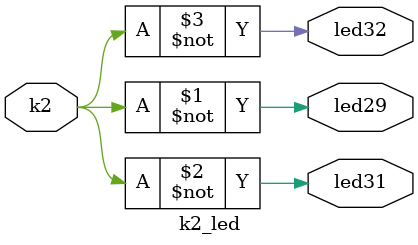
<source format=v>
module k2_led(
    input     k2,
    output    led29,
    output    led31,
    output    led32
);

assign led29 = ~k2;
assign led31 = ~k2;
assign led32 = ~k2;

endmodule

</source>
